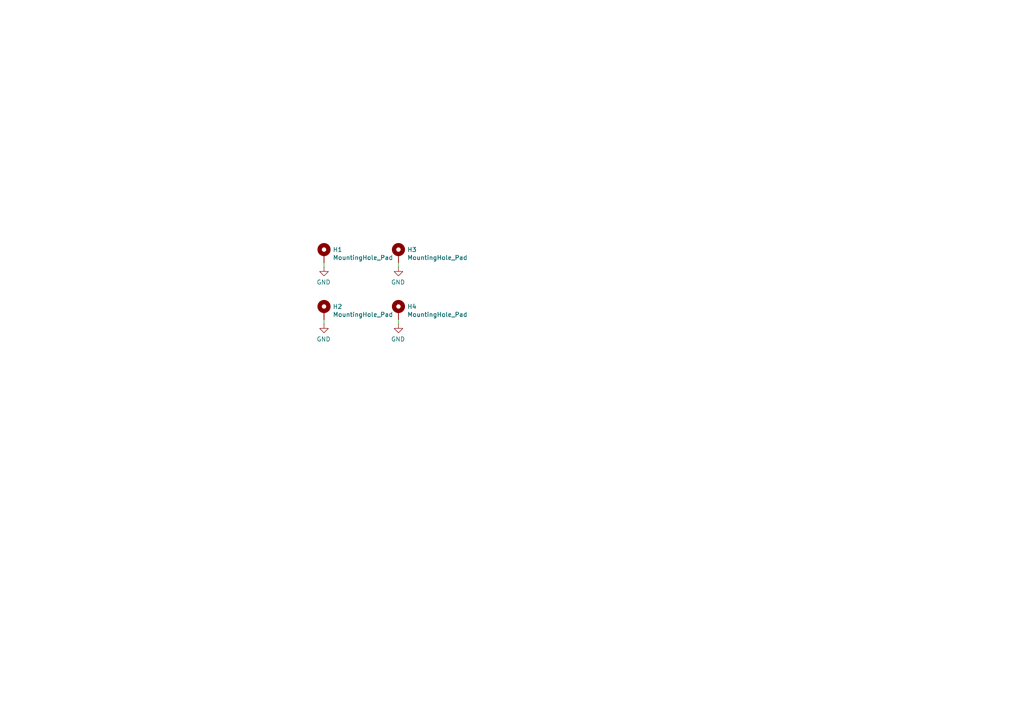
<source format=kicad_sch>
(kicad_sch (version 20231120) (generator "eeschema") (generator_version "8.0")
  (paper "A4")
  (lib_symbols
    (symbol "Mechanical:MountingHole_Pad" (pin_numbers hide) (pin_names (offset 1.016) hide)
      (property "Reference" "H" (at 0 6.35 0))
      (property "Value" "MountingHole_Pad" (at 0 4.445 0))
      (symbol "MountingHole_Pad_0_1"
        (circle (center 0 1.27) (radius 1.27) (stroke (width 1.27)))
      )
      (symbol "MountingHole_Pad_1_1"
        (pin input line (at 0 -2.54 90) (length 2.54) (name "1") (number "1"))
      )
    )
    (symbol "power:GND" (power) (pin_numbers hide) (pin_names (offset 0) hide)
      (property "Value" "GND" (at 0 -3.81 0))
      (symbol "GND_0_1"
        (polyline (pts (xy 0 0) (xy 0 -1.27) (xy 1.27 -1.27) (xy 0 -2.54) (xy -1.27 -1.27) (xy 0 -1.27)))
      )
      (symbol "GND_1_1"
        (pin power_in line (at 0 0 270) (length 0) (name "~") (number "1"))
      )
    )
  )
  (wire (pts (xy 115.57 93.98) (xy 115.57 92.71)))
  (wire (pts (xy 115.57 77.47) (xy 115.57 76.2)))
  (wire (pts (xy 93.98 93.98) (xy 93.98 92.71)))
  (wire (pts (xy 93.98 77.47) (xy 93.98 76.2)))
  (symbol (lib_id "Mechanical:MountingHole_Pad") (at 93.98 73.66 0) (unit 1)
    (property "Reference" "H1" (at 96.52 72.4154 0) (effects (justify left)))
    (property "Value" "MountingHole_Pad" (at 96.52 74.7268 0) (effects (justify left)))
    (property "Footprint" "MountingHole:MountingHole_3.5mm_Pad" (effects (hide yes)))
  )
  (symbol (lib_id "Mechanical:MountingHole_Pad") (at 115.57 73.66 0) (unit 1)
    (property "Reference" "H3" (at 118.11 72.4154 0) (effects (justify left)))
    (property "Value" "MountingHole_Pad" (at 118.11 74.7268 0) (effects (justify left)))
    (property "Footprint" "MountingHole:MountingHole_3.5mm_Pad" (effects (hide yes)))
  )
  (symbol (lib_id "Mechanical:MountingHole_Pad") (at 93.98 90.17 0) (unit 1)
    (property "Reference" "H2" (at 96.52 88.9254 0) (effects (justify left)))
    (property "Value" "MountingHole_Pad" (at 96.52 91.2368 0) (effects (justify left)))
    (property "Footprint" "MountingHole:MountingHole_3.5mm_Pad" (effects (hide yes)))
  )
  (symbol (lib_id "Mechanical:MountingHole_Pad") (at 115.57 90.17 0) (unit 1)
    (property "Reference" "H4" (at 118.11 88.9254 0) (effects (justify left)))
    (property "Value" "MountingHole_Pad" (at 118.11 91.2368 0) (effects (justify left)))
    (property "Footprint" "MountingHole:MountingHole_3.5mm_Pad" (effects (hide yes)))
  )
  (symbol (lib_id "power:GND") (at 93.98 77.47 0) (mirror y) (unit 1)
    (property "Reference" "#PWR07" (effects (hide yes)))
    (property "Value" "GND" (at 93.853 81.8642 0))
    (property "Description" "Power symbol creates a global label with name \"GND\" , ground" (effects (hide yes)))
  )
  (symbol (lib_id "power:GND") (at 115.57 77.47 0) (mirror y) (unit 1)
    (property "Reference" "#PWR09" (effects (hide yes)))
    (property "Value" "GND" (at 115.443 81.8642 0))
    (property "Description" "Power symbol creates a global label with name \"GND\" , ground" (effects (hide yes)))
  )
  (symbol (lib_id "power:GND") (at 93.98 93.98 0) (mirror y) (unit 1)
    (property "Reference" "#PWR08" (effects (hide yes)))
    (property "Value" "GND" (at 93.853 98.3742 0))
    (property "Description" "Power symbol creates a global label with name \"GND\" , ground" (effects (hide yes)))
  )
  (symbol (lib_id "power:GND") (at 115.57 93.98 0) (mirror y) (unit 1)
    (property "Reference" "#PWR010" (effects (hide yes)))
    (property "Value" "GND" (at 115.443 98.3742 0))
    (property "Description" "Power symbol creates a global label with name \"GND\" , ground" (effects (hide yes)))
  )
)
</source>
